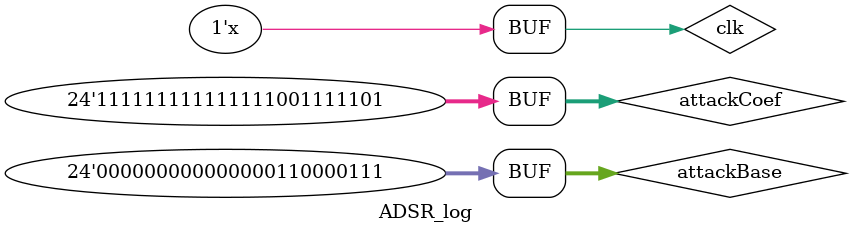
<source format=v>

module ADSR_log;
  parameter bit_depth = 24;

  reg [bit_depth-1:0] envelope = {bit_depth{1'b0}};
  reg [bit_depth-1:0] attackCoef = 24'd16776829;
  reg [bit_depth-1:0] attackBase = 24'd391;

  reg clk = 0;
  reg [47:0] multiplied;
  always @(posedge clk) begin
	  multiplied = envelope * attackCoef;
	  envelope <= attackBase + (multiplied[47:24]);
	end

  always begin
		#1 clk = ~clk;
	end

endmodule

</source>
